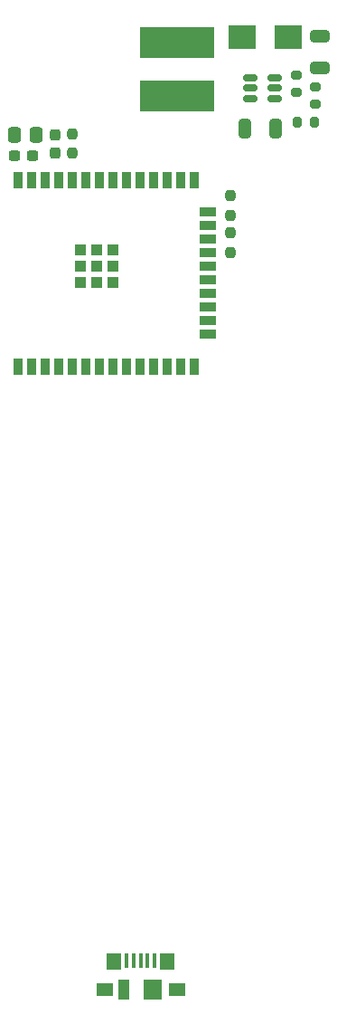
<source format=gbr>
%TF.GenerationSoftware,KiCad,Pcbnew,6.0.5-a6ca702e91~116~ubuntu20.04.1*%
%TF.CreationDate,2022-06-04T21:36:06-05:00*%
%TF.ProjectId,gpsOled,6770734f-6c65-4642-9e6b-696361645f70,rev?*%
%TF.SameCoordinates,Original*%
%TF.FileFunction,Paste,Bot*%
%TF.FilePolarity,Positive*%
%FSLAX46Y46*%
G04 Gerber Fmt 4.6, Leading zero omitted, Abs format (unit mm)*
G04 Created by KiCad (PCBNEW 6.0.5-a6ca702e91~116~ubuntu20.04.1) date 2022-06-04 21:36:06*
%MOMM*%
%LPD*%
G01*
G04 APERTURE LIST*
G04 Aperture macros list*
%AMRoundRect*
0 Rectangle with rounded corners*
0 $1 Rounding radius*
0 $2 $3 $4 $5 $6 $7 $8 $9 X,Y pos of 4 corners*
0 Add a 4 corners polygon primitive as box body*
4,1,4,$2,$3,$4,$5,$6,$7,$8,$9,$2,$3,0*
0 Add four circle primitives for the rounded corners*
1,1,$1+$1,$2,$3*
1,1,$1+$1,$4,$5*
1,1,$1+$1,$6,$7*
1,1,$1+$1,$8,$9*
0 Add four rect primitives between the rounded corners*
20,1,$1+$1,$2,$3,$4,$5,0*
20,1,$1+$1,$4,$5,$6,$7,0*
20,1,$1+$1,$6,$7,$8,$9,0*
20,1,$1+$1,$8,$9,$2,$3,0*%
G04 Aperture macros list end*
%ADD10RoundRect,0.237500X0.237500X-0.250000X0.237500X0.250000X-0.237500X0.250000X-0.237500X-0.250000X0*%
%ADD11RoundRect,0.250000X-0.650000X0.325000X-0.650000X-0.325000X0.650000X-0.325000X0.650000X0.325000X0*%
%ADD12RoundRect,0.150000X0.512500X0.150000X-0.512500X0.150000X-0.512500X-0.150000X0.512500X-0.150000X0*%
%ADD13RoundRect,0.250000X-0.337500X-0.475000X0.337500X-0.475000X0.337500X0.475000X-0.337500X0.475000X0*%
%ADD14RoundRect,0.250000X-0.325000X-0.650000X0.325000X-0.650000X0.325000X0.650000X-0.325000X0.650000X0*%
%ADD15RoundRect,0.200000X-0.275000X0.200000X-0.275000X-0.200000X0.275000X-0.200000X0.275000X0.200000X0*%
%ADD16R,0.450000X1.380000*%
%ADD17R,1.650000X1.300000*%
%ADD18R,1.000000X1.900000*%
%ADD19R,1.425000X1.550000*%
%ADD20R,1.800000X1.900000*%
%ADD21RoundRect,0.237500X-0.237500X0.250000X-0.237500X-0.250000X0.237500X-0.250000X0.237500X0.250000X0*%
%ADD22R,7.000000X3.000000*%
%ADD23RoundRect,0.200000X0.200000X0.275000X-0.200000X0.275000X-0.200000X-0.275000X0.200000X-0.275000X0*%
%ADD24RoundRect,0.237500X0.237500X-0.300000X0.237500X0.300000X-0.237500X0.300000X-0.237500X-0.300000X0*%
%ADD25R,0.900000X1.500000*%
%ADD26R,1.500000X0.900000*%
%ADD27R,1.050000X1.050000*%
%ADD28RoundRect,0.237500X-0.300000X-0.237500X0.300000X-0.237500X0.300000X0.237500X-0.300000X0.237500X0*%
%ADD29R,2.500000X2.300000*%
G04 APERTURE END LIST*
D10*
%TO.C,R14*%
X154440000Y-84592500D03*
X154440000Y-82767500D03*
%TD*%
%TO.C,R13*%
X154440000Y-88042500D03*
X154440000Y-86217500D03*
%TD*%
D11*
%TO.C,C2*%
X162790000Y-67805000D03*
X162790000Y-70755000D03*
%TD*%
D12*
%TO.C,U1*%
X158527500Y-71730000D03*
X158527500Y-72680000D03*
X158527500Y-73630000D03*
X156252500Y-73630000D03*
X156252500Y-72680000D03*
X156252500Y-71730000D03*
%TD*%
D13*
%TO.C,C15*%
X134152500Y-77090000D03*
X136227500Y-77090000D03*
%TD*%
D14*
%TO.C,C1*%
X155715000Y-76480000D03*
X158665000Y-76480000D03*
%TD*%
D15*
%TO.C,R11*%
X160590000Y-71455000D03*
X160590000Y-73105000D03*
%TD*%
D16*
%TO.C,J1*%
X147300000Y-154310000D03*
X146650000Y-154310000D03*
X146000000Y-154310000D03*
X145350000Y-154310000D03*
X144700000Y-154310000D03*
D17*
X142625000Y-156970000D03*
D18*
X144450000Y-156970000D03*
D19*
X148487500Y-154395000D03*
D17*
X149375000Y-156970000D03*
D19*
X143512500Y-154395000D03*
D20*
X147150000Y-156970000D03*
%TD*%
D21*
%TO.C,R10*%
X139590000Y-76967500D03*
X139590000Y-78792500D03*
%TD*%
D22*
%TO.C,L1*%
X149390000Y-73380000D03*
X149390000Y-68380000D03*
%TD*%
D23*
%TO.C,R2*%
X162315000Y-75880000D03*
X160665000Y-75880000D03*
%TD*%
D15*
%TO.C,R1*%
X162390000Y-72555000D03*
X162390000Y-74205000D03*
%TD*%
D24*
%TO.C,C14*%
X137990000Y-78742500D03*
X137990000Y-77017500D03*
%TD*%
D25*
%TO.C,U5*%
X134490000Y-81250000D03*
X135760000Y-81250000D03*
X137030000Y-81250000D03*
X138300000Y-81250000D03*
X139570000Y-81250000D03*
X140840000Y-81250000D03*
X142110000Y-81250000D03*
X143380000Y-81250000D03*
X144650000Y-81250000D03*
X145920000Y-81250000D03*
X147190000Y-81250000D03*
X148460000Y-81250000D03*
X149730000Y-81250000D03*
X151000000Y-81250000D03*
D26*
X152250000Y-84280000D03*
X152250000Y-85550000D03*
X152250000Y-86820000D03*
X152250000Y-88090000D03*
X152250000Y-89360000D03*
X152250000Y-90630000D03*
X152250000Y-91900000D03*
X152250000Y-93170000D03*
X152250000Y-94440000D03*
X152250000Y-95710000D03*
D25*
X151000000Y-98750000D03*
X149730000Y-98750000D03*
X148460000Y-98750000D03*
X147190000Y-98750000D03*
X145920000Y-98750000D03*
X144650000Y-98750000D03*
X143380000Y-98750000D03*
X142110000Y-98750000D03*
X140840000Y-98750000D03*
X139570000Y-98750000D03*
X138300000Y-98750000D03*
X137030000Y-98750000D03*
X135760000Y-98750000D03*
X134490000Y-98750000D03*
D27*
X143355000Y-89320000D03*
X143355000Y-87795000D03*
X143355000Y-90845000D03*
X140305000Y-89320000D03*
X141830000Y-90845000D03*
X141830000Y-89320000D03*
X140305000Y-90845000D03*
X140305000Y-87795000D03*
X141830000Y-87795000D03*
%TD*%
D28*
%TO.C,C16*%
X134127500Y-78980000D03*
X135852500Y-78980000D03*
%TD*%
D29*
%TO.C,D1*%
X159840000Y-67880000D03*
X155540000Y-67880000D03*
%TD*%
M02*

</source>
